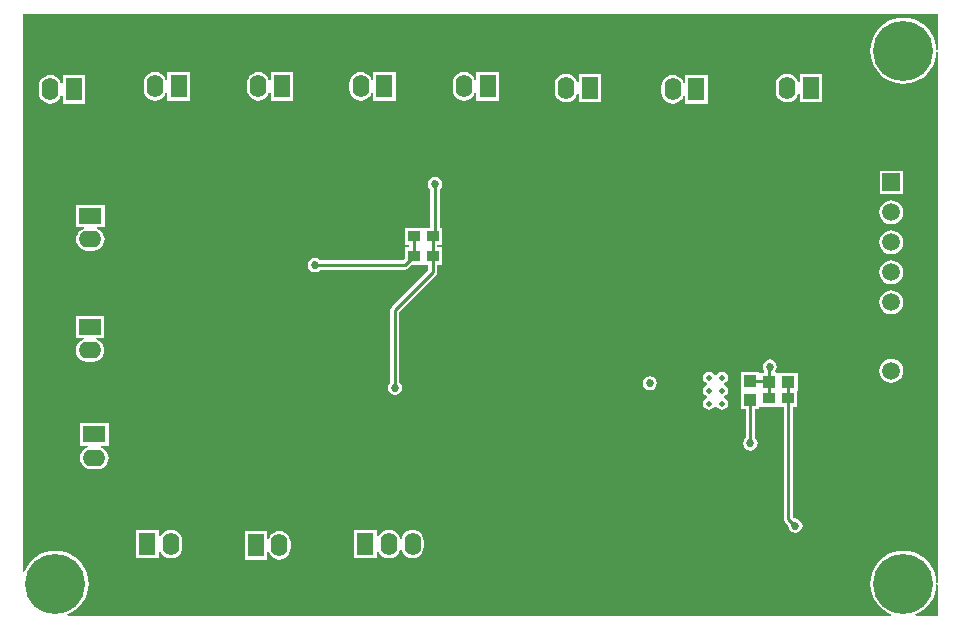
<source format=gbl>
G04*
G04 #@! TF.GenerationSoftware,Altium Limited,Altium Designer,18.1.6 (161)*
G04*
G04 Layer_Physical_Order=2*
G04 Layer_Color=16711680*
%FSLAX25Y25*%
%MOIN*%
G70*
G01*
G75*
%ADD12C,0.01000*%
%ADD29R,0.03937X0.03740*%
%ADD32R,0.03937X0.04134*%
%ADD33R,0.04134X0.03937*%
%ADD64O,0.05500X0.07500*%
%ADD65R,0.05500X0.07500*%
%ADD66R,0.05906X0.05906*%
%ADD67C,0.05906*%
%ADD68O,0.07500X0.05500*%
%ADD69R,0.07500X0.05500*%
%ADD70C,0.01968*%
%ADD71C,0.02700*%
%ADD72C,0.20000*%
G36*
X395000Y319182D02*
X394500Y319163D01*
X394385Y320624D01*
X393981Y322307D01*
X393318Y323907D01*
X392414Y325383D01*
X391289Y326700D01*
X389972Y327824D01*
X388496Y328729D01*
X386897Y329392D01*
X385213Y329796D01*
X383487Y329932D01*
X381761Y329796D01*
X380077Y329392D01*
X378478Y328729D01*
X377001Y327824D01*
X375685Y326700D01*
X374560Y325383D01*
X373656Y323907D01*
X372993Y322307D01*
X372589Y320624D01*
X372453Y318898D01*
X372589Y317172D01*
X372993Y315488D01*
X373656Y313888D01*
X374560Y312412D01*
X375685Y311095D01*
X377001Y309971D01*
X378478Y309066D01*
X380077Y308404D01*
X381761Y307999D01*
X383487Y307864D01*
X385213Y307999D01*
X386897Y308404D01*
X388496Y309066D01*
X389972Y309971D01*
X391289Y311095D01*
X392414Y312412D01*
X393318Y313888D01*
X393981Y315488D01*
X394385Y317172D01*
X394500Y318633D01*
X395000Y318613D01*
Y141535D01*
X394500Y141515D01*
X394385Y142976D01*
X393981Y144660D01*
X393318Y146259D01*
X392414Y147736D01*
X391289Y149052D01*
X389972Y150177D01*
X388496Y151081D01*
X386897Y151744D01*
X385213Y152148D01*
X383487Y152284D01*
X381761Y152148D01*
X380077Y151744D01*
X378478Y151081D01*
X377001Y150177D01*
X375685Y149052D01*
X374560Y147736D01*
X373656Y146259D01*
X372993Y144660D01*
X372589Y142976D01*
X372453Y141250D01*
X372589Y139524D01*
X372993Y137840D01*
X373656Y136241D01*
X374560Y134764D01*
X375685Y133448D01*
X377001Y132323D01*
X378478Y131419D01*
X379488Y131000D01*
X379389Y130500D01*
X104950D01*
X104851Y131000D01*
X105861Y131419D01*
X107338Y132323D01*
X108654Y133448D01*
X109779Y134764D01*
X110683Y136241D01*
X111346Y137840D01*
X111750Y139524D01*
X111886Y141250D01*
X111750Y142976D01*
X111346Y144660D01*
X110683Y146259D01*
X109779Y147736D01*
X108654Y149052D01*
X107338Y150177D01*
X105861Y151081D01*
X104262Y151744D01*
X102578Y152148D01*
X100852Y152284D01*
X99126Y152148D01*
X97442Y151744D01*
X95843Y151081D01*
X94366Y150177D01*
X93050Y149052D01*
X91925Y147736D01*
X91021Y146259D01*
X90500Y145002D01*
X90000Y145102D01*
X90000Y331000D01*
X395000Y331000D01*
Y319182D01*
D02*
G37*
G36*
Y140965D02*
Y130500D01*
X387585D01*
X387486Y131000D01*
X388496Y131419D01*
X389972Y132323D01*
X391289Y133448D01*
X392414Y134764D01*
X393318Y136241D01*
X393981Y137840D01*
X394385Y139524D01*
X394500Y140985D01*
X395000Y140965D01*
D02*
G37*
%LPC*%
G36*
X237000Y311782D02*
X236021Y311653D01*
X235109Y311276D01*
X234326Y310675D01*
X233724Y309891D01*
X233347Y308979D01*
X233218Y308000D01*
Y306000D01*
X233347Y305021D01*
X233724Y304109D01*
X234326Y303326D01*
X235109Y302724D01*
X236021Y302346D01*
X237000Y302218D01*
X237979Y302346D01*
X238891Y302724D01*
X239674Y303326D01*
X240276Y304109D01*
X240653Y305021D01*
X241124Y304912D01*
Y302250D01*
X248624D01*
Y311750D01*
X241124D01*
Y309088D01*
X240653Y308979D01*
X240276Y309891D01*
X239674Y310675D01*
X238891Y311276D01*
X237979Y311653D01*
X237000Y311782D01*
D02*
G37*
G36*
X202626D02*
X201647Y311653D01*
X200735Y311276D01*
X199951Y310675D01*
X199350Y309891D01*
X198972Y308979D01*
X198844Y308000D01*
Y306000D01*
X198972Y305021D01*
X199350Y304109D01*
X199951Y303326D01*
X200735Y302724D01*
X201647Y302346D01*
X202626Y302218D01*
X203605Y302346D01*
X204517Y302724D01*
X205300Y303326D01*
X205902Y304109D01*
X206279Y305021D01*
X206750Y304912D01*
Y302250D01*
X214250D01*
Y311750D01*
X206750D01*
Y309088D01*
X206279Y308979D01*
X205902Y309891D01*
X205300Y310675D01*
X204517Y311276D01*
X203605Y311653D01*
X202626Y311782D01*
D02*
G37*
G36*
X168500D02*
X167521Y311653D01*
X166609Y311276D01*
X165825Y310675D01*
X165224Y309891D01*
X164847Y308979D01*
X164718Y308000D01*
Y306000D01*
X164847Y305021D01*
X165224Y304109D01*
X165825Y303326D01*
X166609Y302724D01*
X167521Y302346D01*
X168500Y302218D01*
X169479Y302346D01*
X170391Y302724D01*
X171175Y303326D01*
X171776Y304109D01*
X172153Y305021D01*
X172624Y304912D01*
Y302250D01*
X180124D01*
Y311750D01*
X172624D01*
Y309088D01*
X172153Y308979D01*
X171776Y309891D01*
X171175Y310675D01*
X170391Y311276D01*
X169479Y311653D01*
X168500Y311782D01*
D02*
G37*
G36*
X134000D02*
X133021Y311653D01*
X132109Y311276D01*
X131325Y310675D01*
X130724Y309891D01*
X130347Y308979D01*
X130218Y308000D01*
Y306000D01*
X130347Y305021D01*
X130724Y304109D01*
X131325Y303326D01*
X132109Y302724D01*
X133021Y302346D01*
X134000Y302218D01*
X134979Y302346D01*
X135891Y302724D01*
X136674Y303326D01*
X137276Y304109D01*
X137654Y305021D01*
X138124Y304912D01*
Y302250D01*
X145624D01*
Y311750D01*
X138124D01*
Y309088D01*
X137654Y308979D01*
X137276Y309891D01*
X136674Y310675D01*
X135891Y311276D01*
X134979Y311653D01*
X134000Y311782D01*
D02*
G37*
G36*
X344776Y311282D02*
X343797Y311154D01*
X342884Y310776D01*
X342101Y310174D01*
X341500Y309391D01*
X341122Y308479D01*
X340993Y307500D01*
Y305500D01*
X341122Y304521D01*
X341500Y303609D01*
X342101Y302825D01*
X342884Y302224D01*
X343797Y301847D01*
X344776Y301718D01*
X345755Y301847D01*
X346667Y302224D01*
X347450Y302825D01*
X348051Y303609D01*
X348429Y304521D01*
X348900Y304412D01*
Y301750D01*
X356400D01*
Y311250D01*
X348900D01*
Y308588D01*
X348429Y308479D01*
X348051Y309391D01*
X347450Y310174D01*
X346667Y310776D01*
X345755Y311154D01*
X344776Y311282D01*
D02*
G37*
G36*
X271126D02*
X270147Y311154D01*
X269235Y310776D01*
X268451Y310174D01*
X267850Y309391D01*
X267473Y308479D01*
X267344Y307500D01*
Y305500D01*
X267473Y304521D01*
X267850Y303609D01*
X268451Y302825D01*
X269235Y302224D01*
X270147Y301847D01*
X271126Y301718D01*
X272105Y301847D01*
X273017Y302224D01*
X273800Y302825D01*
X274402Y303609D01*
X274780Y304521D01*
X275250Y304412D01*
Y301750D01*
X282750D01*
Y311250D01*
X275250D01*
Y308588D01*
X274780Y308479D01*
X274402Y309391D01*
X273800Y310174D01*
X273017Y310776D01*
X272105Y311154D01*
X271126Y311282D01*
D02*
G37*
G36*
X306626Y310782D02*
X305647Y310653D01*
X304735Y310276D01*
X303952Y309675D01*
X303350Y308891D01*
X302973Y307979D01*
X302844Y307000D01*
Y305000D01*
X302973Y304021D01*
X303350Y303109D01*
X303952Y302326D01*
X304735Y301724D01*
X305647Y301346D01*
X306626Y301218D01*
X307605Y301346D01*
X308517Y301724D01*
X309300Y302326D01*
X309902Y303109D01*
X310279Y304021D01*
X310750Y303912D01*
Y301250D01*
X318250D01*
Y310750D01*
X310750D01*
Y308088D01*
X310279Y307979D01*
X309902Y308891D01*
X309300Y309675D01*
X308517Y310276D01*
X307605Y310653D01*
X306626Y310782D01*
D02*
G37*
G36*
X99126D02*
X98147Y310653D01*
X97235Y310276D01*
X96451Y309675D01*
X95850Y308891D01*
X95473Y307979D01*
X95344Y307000D01*
Y305000D01*
X95473Y304021D01*
X95850Y303109D01*
X96451Y302326D01*
X97235Y301724D01*
X98147Y301346D01*
X99126Y301218D01*
X100105Y301346D01*
X101017Y301724D01*
X101801Y302326D01*
X102402Y303109D01*
X102779Y304021D01*
X103250Y303912D01*
Y301250D01*
X110750D01*
Y310750D01*
X103250D01*
Y308088D01*
X102779Y307979D01*
X102402Y308891D01*
X101801Y309675D01*
X101017Y310276D01*
X100105Y310653D01*
X99126Y310782D01*
D02*
G37*
G36*
X383453Y278953D02*
X375547D01*
Y271047D01*
X383453D01*
Y278953D01*
D02*
G37*
G36*
X379500Y268987D02*
X378468Y268851D01*
X377507Y268453D01*
X376681Y267819D01*
X376047Y266993D01*
X375649Y266032D01*
X375513Y265000D01*
X375649Y263968D01*
X376047Y263007D01*
X376681Y262181D01*
X377507Y261547D01*
X378468Y261149D01*
X379500Y261013D01*
X380532Y261149D01*
X381493Y261547D01*
X382319Y262181D01*
X382953Y263007D01*
X383351Y263968D01*
X383487Y265000D01*
X383351Y266032D01*
X382953Y266993D01*
X382319Y267819D01*
X381493Y268453D01*
X380532Y268851D01*
X379500Y268987D01*
D02*
G37*
G36*
X227354Y276896D02*
X226437Y276714D01*
X225659Y276194D01*
X225140Y275417D01*
X224957Y274500D01*
X225140Y273583D01*
X225659Y272806D01*
X225824Y272696D01*
Y259870D01*
X223819D01*
X223681Y259870D01*
X223319D01*
X223181Y259870D01*
X217382D01*
Y254130D01*
X218821D01*
Y253370D01*
X217382D01*
Y249694D01*
X216717Y249029D01*
X189158D01*
X189048Y249194D01*
X188270Y249714D01*
X187354Y249896D01*
X186437Y249714D01*
X185659Y249194D01*
X185140Y248417D01*
X184958Y247500D01*
X185140Y246583D01*
X185659Y245806D01*
X186437Y245286D01*
X187354Y245104D01*
X188270Y245286D01*
X189048Y245806D01*
X189158Y245971D01*
X217350D01*
X217936Y246087D01*
X218432Y246419D01*
X219643Y247630D01*
X223181D01*
X223319Y247630D01*
X223681D01*
X223819Y247630D01*
X225120D01*
Y245783D01*
X212919Y233581D01*
X212587Y233085D01*
X212471Y232500D01*
Y208380D01*
X212306Y208270D01*
X211786Y207492D01*
X211604Y206575D01*
X211786Y205659D01*
X212306Y204881D01*
X213083Y204362D01*
X214000Y204179D01*
X214917Y204362D01*
X215694Y204881D01*
X216214Y205659D01*
X216396Y206575D01*
X216214Y207492D01*
X215694Y208270D01*
X215529Y208380D01*
Y231867D01*
X227731Y244068D01*
X228063Y244564D01*
X228179Y245150D01*
Y247630D01*
X229618D01*
Y253370D01*
X228179D01*
Y254130D01*
X229618D01*
Y259870D01*
X228883D01*
Y272696D01*
X229048Y272806D01*
X229567Y273583D01*
X229750Y274500D01*
X229567Y275417D01*
X229048Y276194D01*
X228271Y276714D01*
X227354Y276896D01*
D02*
G37*
G36*
X117250Y267624D02*
X107750D01*
Y260124D01*
X110412D01*
X110521Y259653D01*
X109609Y259276D01*
X108826Y258675D01*
X108224Y257891D01*
X107846Y256979D01*
X107718Y256000D01*
X107846Y255021D01*
X108224Y254109D01*
X108826Y253326D01*
X109609Y252724D01*
X110521Y252346D01*
X111500Y252218D01*
X113500D01*
X114479Y252346D01*
X115391Y252724D01*
X116174Y253326D01*
X116776Y254109D01*
X117154Y255021D01*
X117282Y256000D01*
X117154Y256979D01*
X116776Y257891D01*
X116174Y258675D01*
X115391Y259276D01*
X114479Y259653D01*
X114588Y260124D01*
X117250D01*
Y267624D01*
D02*
G37*
G36*
X379500Y258987D02*
X378468Y258851D01*
X377507Y258453D01*
X376681Y257819D01*
X376047Y256993D01*
X375649Y256032D01*
X375513Y255000D01*
X375649Y253968D01*
X376047Y253007D01*
X376681Y252181D01*
X377507Y251547D01*
X378468Y251149D01*
X379500Y251013D01*
X380532Y251149D01*
X381493Y251547D01*
X382319Y252181D01*
X382953Y253007D01*
X383351Y253968D01*
X383487Y255000D01*
X383351Y256032D01*
X382953Y256993D01*
X382319Y257819D01*
X381493Y258453D01*
X380532Y258851D01*
X379500Y258987D01*
D02*
G37*
G36*
Y248987D02*
X378468Y248851D01*
X377507Y248453D01*
X376681Y247819D01*
X376047Y246993D01*
X375649Y246032D01*
X375513Y245000D01*
X375649Y243968D01*
X376047Y243007D01*
X376681Y242181D01*
X377507Y241547D01*
X378468Y241149D01*
X379500Y241013D01*
X380532Y241149D01*
X381493Y241547D01*
X382319Y242181D01*
X382953Y243007D01*
X383351Y243968D01*
X383487Y245000D01*
X383351Y246032D01*
X382953Y246993D01*
X382319Y247819D01*
X381493Y248453D01*
X380532Y248851D01*
X379500Y248987D01*
D02*
G37*
G36*
Y238987D02*
X378468Y238851D01*
X377507Y238453D01*
X376681Y237819D01*
X376047Y236993D01*
X375649Y236032D01*
X375513Y235000D01*
X375649Y233968D01*
X376047Y233007D01*
X376681Y232181D01*
X377507Y231547D01*
X378468Y231149D01*
X379500Y231013D01*
X380532Y231149D01*
X381493Y231547D01*
X382319Y232181D01*
X382953Y233007D01*
X383351Y233968D01*
X383487Y235000D01*
X383351Y236032D01*
X382953Y236993D01*
X382319Y237819D01*
X381493Y238453D01*
X380532Y238851D01*
X379500Y238987D01*
D02*
G37*
G36*
X117089Y230624D02*
X107589D01*
Y223124D01*
X110251D01*
X110360Y222654D01*
X109447Y222276D01*
X108664Y221674D01*
X108063Y220891D01*
X107685Y219979D01*
X107556Y219000D01*
X107685Y218021D01*
X108063Y217109D01*
X108664Y216325D01*
X109447Y215724D01*
X110360Y215347D01*
X111339Y215218D01*
X113339D01*
X114318Y215347D01*
X115230Y215724D01*
X116013Y216325D01*
X116614Y217109D01*
X116992Y218021D01*
X117121Y219000D01*
X116992Y219979D01*
X116614Y220891D01*
X116013Y221674D01*
X115230Y222276D01*
X114318Y222654D01*
X114426Y223124D01*
X117089D01*
Y230624D01*
D02*
G37*
G36*
X338991Y216001D02*
X338074Y215819D01*
X337297Y215299D01*
X336778Y214522D01*
X336595Y213605D01*
X336778Y212688D01*
X337188Y212073D01*
X336973Y211580D01*
X336967Y211573D01*
X335857D01*
X335460Y211821D01*
X335460Y211821D01*
X335460Y211821D01*
X329523D01*
Y206022D01*
X329523Y205687D01*
X329523Y205188D01*
Y199388D01*
X330962D01*
Y189799D01*
X330806Y189694D01*
X330286Y188917D01*
X330104Y188000D01*
X330286Y187083D01*
X330806Y186306D01*
X331583Y185786D01*
X332500Y185604D01*
X333417Y185786D01*
X334194Y186306D01*
X334714Y187083D01*
X334896Y188000D01*
X334714Y188917D01*
X334194Y189694D01*
X334021Y189810D01*
Y199388D01*
X335460D01*
Y200026D01*
X335873Y200235D01*
X335960Y200235D01*
X341672D01*
X341810Y200235D01*
X342173D01*
X342310Y200235D01*
X343612D01*
Y162955D01*
X343728Y162370D01*
X344059Y161874D01*
X345134Y160799D01*
X345095Y160605D01*
X345278Y159688D01*
X345797Y158911D01*
X346574Y158391D01*
X347491Y158209D01*
X348408Y158391D01*
X349186Y158911D01*
X349705Y159688D01*
X349887Y160605D01*
X349705Y161522D01*
X349186Y162299D01*
X348408Y162819D01*
X347491Y163001D01*
X347297Y162962D01*
X346670Y163589D01*
Y200235D01*
X348110D01*
Y205636D01*
X348208D01*
Y211573D01*
X342409D01*
X342074Y211573D01*
X341574Y211573D01*
X341016D01*
X341010Y211580D01*
X340794Y212073D01*
X341205Y212688D01*
X341387Y213605D01*
X341205Y214522D01*
X340686Y215299D01*
X339908Y215819D01*
X338991Y216001D01*
D02*
G37*
G36*
X323007Y211959D02*
X322233Y211805D01*
X321577Y211366D01*
X321138Y210710D01*
X321097Y210502D01*
X320587D01*
X320546Y210710D01*
X320107Y211366D01*
X319451Y211805D01*
X318676Y211959D01*
X317902Y211805D01*
X317246Y211366D01*
X316807Y210710D01*
X316653Y209936D01*
X316807Y209161D01*
X317246Y208505D01*
X317902Y208066D01*
X318110Y208025D01*
Y207515D01*
X317902Y207474D01*
X317246Y207035D01*
X316807Y206379D01*
X316653Y205605D01*
X316807Y204831D01*
X317246Y204174D01*
X317902Y203736D01*
X318110Y203694D01*
Y203185D01*
X317902Y203143D01*
X317246Y202705D01*
X316807Y202048D01*
X316653Y201274D01*
X316807Y200500D01*
X317246Y199844D01*
X317902Y199405D01*
X318676Y199251D01*
X319451Y199405D01*
X320107Y199844D01*
X320546Y200500D01*
X320587Y200708D01*
X321097D01*
X321138Y200500D01*
X321577Y199844D01*
X322233Y199405D01*
X323007Y199251D01*
X323781Y199405D01*
X324438Y199844D01*
X324876Y200500D01*
X325030Y201274D01*
X324876Y202048D01*
X324438Y202705D01*
X323781Y203143D01*
X323574Y203185D01*
Y203694D01*
X323781Y203736D01*
X324438Y204174D01*
X324876Y204831D01*
X325030Y205605D01*
X324876Y206379D01*
X324438Y207035D01*
X323781Y207474D01*
X323573Y207515D01*
Y208025D01*
X323781Y208067D01*
X324438Y208505D01*
X324876Y209161D01*
X325030Y209936D01*
X324876Y210710D01*
X324438Y211366D01*
X323781Y211805D01*
X323007Y211959D01*
D02*
G37*
G36*
X379500Y216275D02*
X378468Y216140D01*
X377507Y215741D01*
X376681Y215108D01*
X376047Y214282D01*
X375649Y213320D01*
X375513Y212288D01*
X375649Y211257D01*
X376047Y210295D01*
X376681Y209469D01*
X377507Y208836D01*
X378468Y208437D01*
X379500Y208302D01*
X380532Y208437D01*
X381493Y208836D01*
X382319Y209469D01*
X382953Y210295D01*
X383351Y211257D01*
X383487Y212288D01*
X383351Y213320D01*
X382953Y214282D01*
X382319Y215108D01*
X381493Y215741D01*
X380532Y216140D01*
X379500Y216275D01*
D02*
G37*
G36*
X298991Y210501D02*
X298074Y210318D01*
X297297Y209799D01*
X296778Y209022D01*
X296595Y208105D01*
X296778Y207188D01*
X297297Y206411D01*
X298074Y205891D01*
X298991Y205709D01*
X299908Y205891D01*
X300686Y206411D01*
X301205Y207188D01*
X301387Y208105D01*
X301205Y209022D01*
X300686Y209799D01*
X299908Y210318D01*
X298991Y210501D01*
D02*
G37*
G36*
X118589Y194750D02*
X109089D01*
Y187250D01*
X111751D01*
X111860Y186779D01*
X110947Y186402D01*
X110164Y185801D01*
X109563Y185017D01*
X109185Y184105D01*
X109056Y183126D01*
X109185Y182147D01*
X109563Y181235D01*
X110164Y180451D01*
X110947Y179850D01*
X111860Y179472D01*
X112839Y179344D01*
X114839D01*
X115817Y179472D01*
X116730Y179850D01*
X117513Y180451D01*
X118114Y181235D01*
X118492Y182147D01*
X118621Y183126D01*
X118492Y184105D01*
X118114Y185017D01*
X117513Y185801D01*
X116730Y186402D01*
X115817Y186779D01*
X115926Y187250D01*
X118589D01*
Y194750D01*
D02*
G37*
G36*
X139374Y159282D02*
X138395Y159153D01*
X137483Y158776D01*
X136699Y158175D01*
X136098Y157391D01*
X135721Y156479D01*
X135250Y156588D01*
Y159250D01*
X127750D01*
Y149750D01*
X135250D01*
Y152412D01*
X135721Y152521D01*
X136098Y151609D01*
X136699Y150826D01*
X137483Y150224D01*
X138395Y149846D01*
X139374Y149718D01*
X140353Y149846D01*
X141265Y150224D01*
X142049Y150826D01*
X142650Y151609D01*
X143027Y152521D01*
X143156Y153500D01*
Y155500D01*
X143027Y156479D01*
X142650Y157391D01*
X142049Y158175D01*
X141265Y158776D01*
X140353Y159153D01*
X139374Y159282D01*
D02*
G37*
G36*
X219874D02*
X218895Y159153D01*
X217983Y158776D01*
X217199Y158175D01*
X216598Y157391D01*
X216220Y156479D01*
X216189Y156241D01*
X215685D01*
X215653Y156479D01*
X215276Y157391D01*
X214674Y158175D01*
X213891Y158776D01*
X212979Y159153D01*
X212000Y159282D01*
X211021Y159153D01*
X210109Y158776D01*
X209326Y158175D01*
X208724Y157391D01*
X208347Y156479D01*
X207876Y156588D01*
Y159250D01*
X200376D01*
Y149750D01*
X207876D01*
Y152412D01*
X208347Y152521D01*
X208724Y151609D01*
X209326Y150826D01*
X210109Y150224D01*
X211021Y149846D01*
X212000Y149718D01*
X212979Y149846D01*
X213891Y150224D01*
X214674Y150826D01*
X215276Y151609D01*
X215653Y152521D01*
X215685Y152759D01*
X216189D01*
X216220Y152521D01*
X216598Y151609D01*
X217199Y150826D01*
X217983Y150224D01*
X218895Y149846D01*
X219874Y149718D01*
X220853Y149846D01*
X221765Y150224D01*
X222549Y150826D01*
X223150Y151609D01*
X223528Y152521D01*
X223656Y153500D01*
Y155500D01*
X223528Y156479D01*
X223150Y157391D01*
X222549Y158175D01*
X221765Y158776D01*
X220853Y159153D01*
X219874Y159282D01*
D02*
G37*
G36*
X175500Y158782D02*
X174521Y158653D01*
X173609Y158276D01*
X172826Y157675D01*
X172224Y156891D01*
X171846Y155979D01*
X171376Y156088D01*
Y158750D01*
X163876D01*
Y149250D01*
X171376D01*
Y151912D01*
X171846Y152021D01*
X172224Y151109D01*
X172826Y150326D01*
X173609Y149724D01*
X174521Y149346D01*
X175500Y149218D01*
X176479Y149346D01*
X177391Y149724D01*
X178174Y150326D01*
X178776Y151109D01*
X179154Y152021D01*
X179282Y153000D01*
Y155000D01*
X179154Y155979D01*
X178776Y156891D01*
X178174Y157675D01*
X177391Y158276D01*
X176479Y158653D01*
X175500Y158782D01*
D02*
G37*
%LPD*%
D12*
X338692Y208754D02*
X338842Y208605D01*
X332491Y208754D02*
X338692D01*
X345141Y162955D02*
X347491Y160605D01*
X345141Y162955D02*
Y203105D01*
Y208605D01*
X332491Y188009D02*
X332500Y188000D01*
X332491Y188009D02*
Y202455D01*
X338842Y213455D02*
X338991Y213605D01*
X338842Y208605D02*
Y213455D01*
Y203105D02*
Y208605D01*
X220350Y250500D02*
Y257000D01*
X217350Y247500D02*
X220350Y250500D01*
X187354Y247500D02*
X217350D01*
X226650Y245150D02*
Y250500D01*
X214000Y232500D02*
X226650Y245150D01*
X214000Y206575D02*
Y232500D01*
X226650Y250500D02*
Y257000D01*
X227354Y257704D01*
Y274500D01*
D29*
X226650Y257000D02*
D03*
X220350D02*
D03*
X226650Y250500D02*
D03*
X220350D02*
D03*
X338842Y203105D02*
D03*
X345141D02*
D03*
D32*
X332491Y202455D02*
D03*
Y208754D02*
D03*
D33*
X338842Y208605D02*
D03*
X345141D02*
D03*
D64*
X219874Y154500D02*
D03*
X212000D02*
D03*
X344776Y306500D02*
D03*
X175500Y154000D02*
D03*
X139374Y154500D02*
D03*
X237000Y307000D02*
D03*
X99126Y306000D02*
D03*
X134000Y307000D02*
D03*
X271126Y306500D02*
D03*
X168500Y307000D02*
D03*
X306626Y306000D02*
D03*
X202626Y307000D02*
D03*
D65*
X204126Y154500D02*
D03*
X352650Y306500D02*
D03*
X167626Y154000D02*
D03*
X131500Y154500D02*
D03*
X244874Y307000D02*
D03*
X107000Y306000D02*
D03*
X141874Y307000D02*
D03*
X279000Y306500D02*
D03*
X176374Y307000D02*
D03*
X314500Y306000D02*
D03*
X210500Y307000D02*
D03*
D66*
X379500Y275000D02*
D03*
Y222288D02*
D03*
D67*
Y265000D02*
D03*
Y255000D02*
D03*
Y245000D02*
D03*
Y235000D02*
D03*
Y212288D02*
D03*
D68*
X113839Y183126D02*
D03*
X112339Y219000D02*
D03*
X112500Y256000D02*
D03*
D69*
X113839Y191000D02*
D03*
X112339Y226874D02*
D03*
X112500Y263874D02*
D03*
D70*
X318676Y201274D02*
D03*
Y205605D02*
D03*
X318676Y209936D02*
D03*
X323007Y201274D02*
D03*
X323007Y205605D02*
D03*
X323007Y209936D02*
D03*
D71*
X295000Y181500D02*
D03*
X356000Y262714D02*
D03*
X358526Y281503D02*
D03*
X288500Y139272D02*
D03*
X183055Y263000D02*
D03*
X332500Y188000D02*
D03*
X187354Y247500D02*
D03*
X214000Y206575D02*
D03*
X188354Y214728D02*
D03*
X227354Y274500D02*
D03*
X232354Y276255D02*
D03*
X187354Y231105D02*
D03*
X227354Y208105D02*
D03*
X254354Y229500D02*
D03*
Y253605D02*
D03*
X339621Y292000D02*
D03*
X301749Y291500D02*
D03*
X231500D02*
D03*
X162749D02*
D03*
X265854Y291105D02*
D03*
X197354Y291605D02*
D03*
X129000Y291650D02*
D03*
X94000Y291776D02*
D03*
X347491Y160605D02*
D03*
X298991Y208105D02*
D03*
X338991Y213605D02*
D03*
D72*
X383487Y141250D02*
D03*
Y318898D02*
D03*
X100852Y141250D02*
D03*
M02*

</source>
